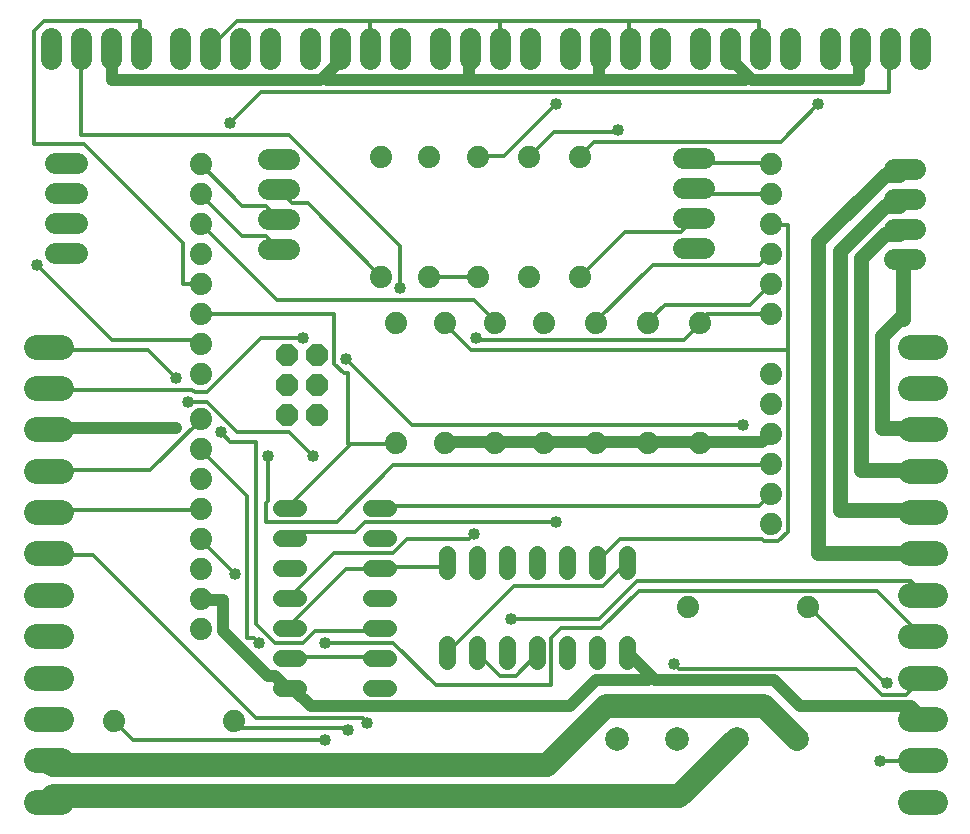
<source format=gbl>
G75*
G70*
%OFA0B0*%
%FSLAX24Y24*%
%IPPOS*%
%LPD*%
%AMOC8*
5,1,8,0,0,1.08239X$1,22.5*
%
%ADD10C,0.0740*%
%ADD11C,0.0712*%
%ADD12C,0.0787*%
%ADD13C,0.0840*%
%ADD14OC8,0.0740*%
%ADD15C,0.0560*%
%ADD16C,0.0800*%
%ADD17C,0.0120*%
%ADD18C,0.0400*%
%ADD19C,0.0500*%
%ADD20C,0.0400*%
D10*
X004423Y003961D03*
X007328Y007004D03*
X007328Y008004D03*
X007328Y009004D03*
X007328Y010004D03*
X007328Y011004D03*
X007328Y012004D03*
X007328Y013004D03*
X007328Y014004D03*
X007328Y015504D03*
X007328Y016504D03*
X007328Y017504D03*
X007328Y018504D03*
X007328Y019504D03*
X007328Y020504D03*
X007328Y021504D03*
X007328Y022504D03*
X013352Y022733D03*
X014927Y022733D03*
X016580Y022733D03*
X018273Y022733D03*
X019966Y022733D03*
X019966Y018733D03*
X018273Y018733D03*
X016580Y018733D03*
X014927Y018733D03*
X013352Y018733D03*
X013824Y017221D03*
X015478Y017221D03*
X017131Y017221D03*
X018785Y017221D03*
X020517Y017221D03*
X022249Y017221D03*
X023982Y017221D03*
X026328Y017504D03*
X026328Y018504D03*
X026328Y019504D03*
X026328Y020504D03*
X026328Y021504D03*
X026328Y022504D03*
X026328Y015504D03*
X026328Y014504D03*
X026328Y013504D03*
X026328Y012504D03*
X026328Y011504D03*
X026328Y010504D03*
X027557Y007740D03*
X023557Y007740D03*
X023982Y013221D03*
X022249Y013221D03*
X020517Y013221D03*
X018785Y013221D03*
X017131Y013221D03*
X015478Y013221D03*
X013824Y013221D03*
X008423Y003961D03*
D11*
X003196Y019548D02*
X002484Y019548D01*
X002484Y020548D02*
X003196Y020548D01*
X003196Y021548D02*
X002484Y021548D01*
X002484Y022548D02*
X003196Y022548D01*
X003324Y026006D02*
X003324Y026719D01*
X002324Y026719D02*
X002324Y026006D01*
X004324Y026006D02*
X004324Y026719D01*
X005324Y026719D02*
X005324Y026006D01*
X006655Y026006D02*
X006655Y026719D01*
X007655Y026719D02*
X007655Y026006D01*
X008655Y026006D02*
X008655Y026719D01*
X009655Y026719D02*
X009655Y026006D01*
X010986Y026006D02*
X010986Y026719D01*
X011986Y026719D02*
X011986Y026006D01*
X012986Y026006D02*
X012986Y026719D01*
X013986Y026719D02*
X013986Y026006D01*
X015316Y026006D02*
X015316Y026719D01*
X016316Y026719D02*
X016316Y026006D01*
X017316Y026006D02*
X017316Y026719D01*
X018316Y026719D02*
X018316Y026006D01*
X019647Y026006D02*
X019647Y026719D01*
X020647Y026719D02*
X020647Y026006D01*
X021647Y026006D02*
X021647Y026719D01*
X022647Y026719D02*
X022647Y026006D01*
X023978Y026006D02*
X023978Y026719D01*
X024978Y026719D02*
X024978Y026006D01*
X025978Y026006D02*
X025978Y026719D01*
X026978Y026719D02*
X026978Y026006D01*
X028309Y026006D02*
X028309Y026719D01*
X029309Y026719D02*
X029309Y026006D01*
X030309Y026006D02*
X030309Y026719D01*
X031309Y026719D02*
X031309Y026006D01*
X031149Y022351D02*
X030437Y022351D01*
X030437Y021351D02*
X031149Y021351D01*
X031149Y020351D02*
X030437Y020351D01*
X030437Y019351D02*
X031149Y019351D01*
X024102Y019705D02*
X023389Y019705D01*
X023389Y020705D02*
X024102Y020705D01*
X024102Y021705D02*
X023389Y021705D01*
X023389Y022705D02*
X024102Y022705D01*
X010283Y022666D02*
X009570Y022666D01*
X009570Y021666D02*
X010283Y021666D01*
X010283Y020666D02*
X009570Y020666D01*
X009570Y019666D02*
X010283Y019666D01*
D12*
X021210Y003341D03*
X023210Y003341D03*
X025210Y003341D03*
X027210Y003341D03*
D13*
X002669Y001264D02*
X001829Y001264D01*
X001829Y002642D02*
X002669Y002642D01*
X002669Y004020D02*
X001829Y004020D01*
X001829Y005398D02*
X002669Y005398D01*
X002669Y006776D02*
X001829Y006776D01*
X001829Y008154D02*
X002669Y008154D01*
X002669Y009532D02*
X001829Y009532D01*
X001829Y010910D02*
X002669Y010910D01*
X002669Y012288D02*
X001829Y012288D01*
X001829Y013666D02*
X002669Y013666D01*
X002669Y015044D02*
X001829Y015044D01*
X001829Y016422D02*
X002669Y016422D01*
X030963Y016422D02*
X031803Y016422D01*
X031803Y015044D02*
X030963Y015044D01*
X030963Y013666D02*
X031803Y013666D01*
X031803Y012288D02*
X030963Y012288D01*
X030963Y010910D02*
X031803Y010910D01*
X031803Y009532D02*
X030963Y009532D01*
X030963Y008154D02*
X031803Y008154D01*
X031803Y006776D02*
X030963Y006776D01*
X030963Y005398D02*
X031803Y005398D01*
X031803Y004020D02*
X030963Y004020D01*
X030963Y002642D02*
X031803Y002642D01*
X031803Y001264D02*
X030963Y001264D01*
D14*
X011214Y014142D03*
X010214Y014142D03*
X010214Y015142D03*
X011214Y015142D03*
X011214Y016142D03*
X010214Y016142D03*
D15*
X009997Y011055D02*
X010557Y011055D01*
X010557Y010055D02*
X009997Y010055D01*
X009997Y009055D02*
X010557Y009055D01*
X010557Y008055D02*
X009997Y008055D01*
X009997Y007055D02*
X010557Y007055D01*
X010557Y006055D02*
X009997Y006055D01*
X009997Y005055D02*
X010557Y005055D01*
X012997Y005055D02*
X013557Y005055D01*
X013557Y006055D02*
X012997Y006055D01*
X012997Y007055D02*
X013557Y007055D01*
X013557Y008055D02*
X012997Y008055D01*
X012997Y009055D02*
X013557Y009055D01*
X013557Y010055D02*
X012997Y010055D01*
X012997Y011055D02*
X013557Y011055D01*
X015549Y009520D02*
X015549Y008960D01*
X016549Y008960D02*
X016549Y009520D01*
X017549Y009520D02*
X017549Y008960D01*
X018549Y008960D02*
X018549Y009520D01*
X019549Y009520D02*
X019549Y008960D01*
X020549Y008960D02*
X020549Y009520D01*
X021549Y009520D02*
X021549Y008960D01*
X021549Y006520D02*
X021549Y005960D01*
X020549Y005960D02*
X020549Y006520D01*
X019549Y006520D02*
X019549Y005960D01*
X018549Y005960D02*
X018549Y006520D01*
X017549Y006520D02*
X017549Y005960D01*
X016549Y005960D02*
X016549Y006520D01*
X015549Y006520D02*
X015549Y005960D01*
D16*
X018864Y002465D02*
X020832Y004433D01*
X026108Y004433D01*
X027131Y003410D01*
X027210Y003341D01*
X025210Y003341D02*
X025163Y003331D01*
X023273Y001441D01*
X002407Y001441D01*
X002249Y001284D01*
X002249Y001264D01*
X002407Y002465D02*
X018864Y002465D01*
X002407Y002465D02*
X002249Y002622D01*
X002249Y002642D01*
D17*
X004423Y003961D02*
X004454Y003961D01*
X005084Y003331D01*
X011462Y003331D01*
X012171Y003725D02*
X012249Y003646D01*
X012171Y003725D02*
X008706Y003725D01*
X008470Y003961D01*
X008423Y003961D01*
X009179Y004040D02*
X003746Y009473D01*
X002249Y009473D01*
X002249Y009532D01*
X002249Y010910D02*
X002249Y010969D01*
X007289Y010969D01*
X007328Y011004D01*
X007328Y010004D02*
X007368Y009945D01*
X008470Y008843D01*
X010277Y008055D02*
X010281Y008055D01*
X011777Y009551D01*
X013746Y009551D01*
X014218Y010024D01*
X016265Y010024D01*
X016423Y010181D01*
X015549Y009240D02*
X015478Y009237D01*
X015320Y009079D01*
X013352Y009079D01*
X013277Y009055D01*
X013273Y009000D01*
X012171Y009000D01*
X010281Y007111D01*
X010277Y007055D01*
X009809Y006559D02*
X009179Y007189D01*
X009179Y013252D01*
X008312Y013252D01*
X007997Y013567D01*
X008549Y013567D02*
X007525Y014591D01*
X006895Y014591D01*
X007131Y014906D02*
X007053Y014985D01*
X002249Y014985D01*
X002249Y015044D01*
X002328Y016323D02*
X002249Y016402D01*
X002249Y016422D01*
X002328Y016323D02*
X005557Y016323D01*
X006501Y015378D01*
X007131Y014906D02*
X007525Y014906D01*
X009336Y016717D01*
X010753Y016717D01*
X011777Y017504D02*
X011777Y015851D01*
X012092Y015536D01*
X012249Y015536D01*
X012249Y013174D01*
X012289Y013134D01*
X010281Y011126D01*
X010277Y011055D01*
X009572Y011284D02*
X009494Y011205D01*
X009494Y010575D01*
X011856Y010575D01*
X013746Y012465D01*
X026265Y012465D01*
X026328Y012504D01*
X026328Y011504D02*
X025950Y011126D01*
X013352Y011126D01*
X013277Y011055D01*
X012801Y010575D02*
X019179Y010575D01*
X020596Y009315D02*
X020549Y009240D01*
X020596Y009315D02*
X021305Y010024D01*
X026029Y010024D01*
X026108Y009945D01*
X026580Y009945D01*
X026895Y010260D01*
X026895Y016323D01*
X016344Y016323D01*
X015478Y017189D01*
X015478Y017221D01*
X016501Y016717D02*
X016580Y016638D01*
X023431Y016638D01*
X023982Y017189D01*
X023982Y017221D01*
X023982Y017268D01*
X024218Y017504D01*
X026328Y017504D01*
X025635Y017819D02*
X022801Y017819D01*
X022249Y017268D01*
X022249Y017221D01*
X020517Y017221D02*
X020517Y017268D01*
X022407Y019158D01*
X025950Y019158D01*
X026265Y019473D01*
X026328Y019504D01*
X026328Y018504D02*
X026265Y018449D01*
X025635Y017819D01*
X026895Y016323D02*
X026895Y020496D01*
X026344Y020496D01*
X026328Y020504D01*
X026328Y021504D02*
X026265Y021520D01*
X023903Y021520D01*
X023746Y021677D01*
X023746Y021705D01*
X023903Y022544D02*
X026265Y022544D01*
X026328Y022504D01*
X026659Y023252D02*
X020438Y023252D01*
X019966Y022780D01*
X019966Y022733D01*
X019100Y023567D02*
X018312Y022780D01*
X018273Y022733D01*
X017446Y022780D02*
X016580Y022780D01*
X016580Y022733D01*
X017446Y022780D02*
X019179Y024512D01*
X019100Y023567D02*
X021147Y023567D01*
X021226Y023646D01*
X023746Y022705D02*
X023746Y022701D01*
X023903Y022544D01*
X023746Y020705D02*
X023746Y020654D01*
X023352Y020260D01*
X021462Y020260D01*
X019966Y018764D01*
X019966Y018733D01*
X017131Y017268D02*
X017131Y017221D01*
X017131Y017268D02*
X016423Y017977D01*
X009887Y017977D01*
X007368Y020496D01*
X007328Y020504D01*
X006738Y019866D02*
X006738Y018528D01*
X007289Y018528D01*
X007328Y018504D01*
X007328Y017504D02*
X011777Y017504D01*
X012171Y016008D02*
X014375Y013803D01*
X025399Y013803D01*
X021549Y009240D02*
X021541Y009237D01*
X020753Y008449D01*
X017761Y008449D01*
X015557Y006244D01*
X015549Y006240D01*
X016549Y006240D02*
X016580Y006166D01*
X017289Y005457D01*
X017840Y005457D01*
X018549Y006166D01*
X018549Y006240D01*
X019021Y006717D02*
X019021Y005142D01*
X015163Y005142D01*
X013746Y006559D01*
X011462Y006559D01*
X011147Y006953D02*
X010753Y006559D01*
X009809Y006559D01*
X009257Y006559D02*
X009100Y006717D01*
X008864Y006717D01*
X008864Y011441D01*
X007368Y012937D01*
X007328Y013004D01*
X007289Y013961D02*
X007328Y014004D01*
X007289Y013961D02*
X005635Y012307D01*
X002249Y012307D01*
X002249Y012288D01*
X004375Y016638D02*
X007210Y016638D01*
X007289Y016559D01*
X007328Y016504D01*
X004375Y016638D02*
X001856Y019158D01*
X001777Y023174D02*
X003431Y023174D01*
X006738Y019866D01*
X007368Y021441D02*
X007328Y021504D01*
X007368Y021441D02*
X008706Y020103D01*
X009494Y020103D01*
X009887Y019709D01*
X009927Y019666D01*
X009927Y020666D02*
X009887Y020733D01*
X009494Y021126D01*
X008706Y021126D01*
X007328Y022504D01*
X008312Y023882D02*
X009336Y024906D01*
X030281Y024906D01*
X030281Y026323D01*
X030309Y026363D01*
X027919Y024512D02*
X026659Y023252D01*
X025978Y026363D02*
X025950Y026402D01*
X025950Y027268D01*
X021620Y027268D01*
X017289Y027268D01*
X012958Y027268D01*
X008549Y027268D01*
X007683Y026402D01*
X007655Y026363D01*
X005324Y026363D02*
X005320Y026402D01*
X005320Y027268D01*
X002092Y027268D01*
X001777Y026953D01*
X001777Y023174D01*
X003352Y023489D02*
X010281Y023489D01*
X013982Y019788D01*
X013982Y018370D01*
X013352Y018733D02*
X013352Y018764D01*
X010911Y021205D01*
X010360Y021205D01*
X009966Y021599D01*
X009927Y021666D01*
X014927Y018764D02*
X014927Y018733D01*
X014927Y018764D02*
X016580Y018764D01*
X016580Y018733D01*
X011068Y012780D02*
X010281Y013567D01*
X008549Y013567D01*
X009572Y012780D02*
X009572Y011284D01*
X010438Y010260D02*
X010281Y010103D01*
X010277Y010055D01*
X010438Y010260D02*
X012486Y010260D01*
X012801Y010575D01*
X012289Y013134D02*
X012328Y013174D01*
X013824Y013174D01*
X013824Y013221D01*
X017683Y007347D02*
X020596Y007347D01*
X021856Y008607D01*
X030990Y008607D01*
X031383Y008213D01*
X031383Y008154D01*
X031383Y006796D02*
X031383Y006776D01*
X031383Y006796D02*
X029887Y008292D01*
X021934Y008292D01*
X020675Y007032D01*
X019336Y007032D01*
X019021Y006717D01*
X023116Y005851D02*
X023273Y005693D01*
X029179Y005693D01*
X030045Y004827D01*
X030832Y004827D01*
X031383Y005378D01*
X031383Y005398D01*
X030202Y005221D02*
X030123Y005221D01*
X027604Y007740D01*
X027557Y007740D01*
X029966Y002622D02*
X031383Y002622D01*
X031383Y002642D01*
X013352Y004985D02*
X013277Y005055D01*
X013277Y006055D02*
X013273Y006087D01*
X010281Y006087D01*
X010277Y006055D01*
X011147Y006953D02*
X013194Y006953D01*
X013273Y007032D01*
X013277Y007055D01*
X012722Y004040D02*
X009179Y004040D01*
X012722Y004040D02*
X012879Y003882D01*
X003352Y023489D02*
X003352Y026323D01*
X003324Y026363D01*
X012958Y026402D02*
X012986Y026363D01*
X012958Y026402D02*
X012958Y027268D01*
X017289Y027268D02*
X017289Y026402D01*
X017316Y026363D01*
X021620Y026402D02*
X021647Y026363D01*
X021620Y026402D02*
X021620Y027268D01*
D18*
X019179Y024512D03*
X021226Y023646D03*
X027919Y024512D03*
X016501Y016717D03*
X013982Y018370D03*
X012171Y016008D03*
X010753Y016717D03*
X007997Y013567D03*
X006501Y013725D03*
X006895Y014591D03*
X006501Y015378D03*
X009572Y012780D03*
X011068Y012780D03*
X008470Y008843D03*
X009257Y006559D03*
X011462Y006559D03*
X012249Y003646D03*
X012879Y003882D03*
X011462Y003331D03*
X017683Y007347D03*
X016423Y010181D03*
X019179Y010575D03*
X023116Y005851D03*
X030202Y005221D03*
X029966Y002622D03*
X025399Y013803D03*
X008312Y023882D03*
X001856Y019158D03*
D19*
X027919Y019945D02*
X027919Y009551D01*
X031383Y009551D01*
X031383Y009532D01*
X031383Y010910D02*
X031383Y010969D01*
X028627Y010969D01*
X028627Y019630D01*
X030123Y021126D01*
X030596Y021126D01*
X030753Y021284D01*
X030793Y021351D01*
X030596Y022150D02*
X030123Y022150D01*
X027919Y019945D01*
X029336Y019394D02*
X029336Y012307D01*
X031383Y012307D01*
X031383Y012288D01*
X031383Y013666D02*
X031383Y013725D01*
X030045Y013725D01*
X030045Y016796D01*
X030596Y017347D01*
X030753Y017347D01*
X030753Y019315D01*
X030793Y019351D01*
X030596Y020181D02*
X030123Y020181D01*
X029336Y019394D01*
X030596Y020181D02*
X030753Y020339D01*
X030793Y020351D01*
X030596Y022150D02*
X030753Y022307D01*
X030793Y022351D01*
D20*
X029257Y025300D02*
X025714Y025300D01*
X025596Y025418D01*
X025478Y025300D01*
X020596Y025300D01*
X016265Y025300D01*
X011541Y025300D01*
X011423Y025418D01*
X011305Y025300D01*
X004375Y025300D01*
X004375Y026323D01*
X004324Y026363D01*
X011423Y025418D02*
X011934Y025929D01*
X011934Y026323D01*
X011986Y026363D01*
X016265Y026323D02*
X016265Y025300D01*
X016265Y026323D02*
X016316Y026363D01*
X020596Y026323D02*
X020596Y025300D01*
X020596Y026323D02*
X020647Y026363D01*
X024978Y026363D02*
X025005Y026323D01*
X025005Y026008D01*
X025596Y025418D01*
X029257Y025300D02*
X029257Y026323D01*
X029309Y026363D01*
X026328Y013504D02*
X026265Y013489D01*
X026029Y013252D01*
X024139Y013252D01*
X023982Y013221D01*
X023982Y013252D01*
X022407Y013252D01*
X022249Y013221D01*
X022249Y013252D01*
X020675Y013252D01*
X020517Y013221D01*
X020517Y013252D01*
X018942Y013252D01*
X018785Y013221D01*
X018785Y013252D01*
X017289Y013252D01*
X017131Y013221D01*
X017131Y013252D01*
X015478Y013252D01*
X015478Y013221D01*
X008076Y007977D02*
X007368Y007977D01*
X007328Y008004D01*
X008076Y007977D02*
X008076Y006953D01*
X009572Y005457D01*
X009809Y005457D01*
X010202Y005063D01*
X010277Y005055D01*
X010438Y004985D01*
X010990Y004433D01*
X019651Y004433D01*
X020517Y005300D01*
X022249Y005300D01*
X022368Y005418D01*
X022486Y005300D01*
X026423Y005300D01*
X027289Y004433D01*
X030990Y004433D01*
X031383Y004040D01*
X031383Y004020D01*
X022368Y005418D02*
X021620Y006166D01*
X021549Y006240D01*
X006501Y013725D02*
X002249Y013725D01*
X002249Y013666D01*
M02*

</source>
